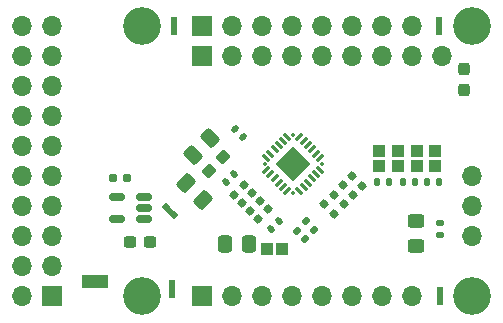
<source format=gts>
G04 #@! TF.GenerationSoftware,KiCad,Pcbnew,9.0.4*
G04 #@! TF.CreationDate,2025-08-20T19:30:37-04:00*
G04 #@! TF.ProjectId,tac5212_audio_board_single_ended,74616335-3231-4325-9f61-7564696f5f62,rev?*
G04 #@! TF.SameCoordinates,Original*
G04 #@! TF.FileFunction,Soldermask,Top*
G04 #@! TF.FilePolarity,Negative*
%FSLAX46Y46*%
G04 Gerber Fmt 4.6, Leading zero omitted, Abs format (unit mm)*
G04 Created by KiCad (PCBNEW 9.0.4) date 2025-08-20 19:30:37*
%MOMM*%
%LPD*%
G01*
G04 APERTURE LIST*
G04 Aperture macros list*
%AMRoundRect*
0 Rectangle with rounded corners*
0 $1 Rounding radius*
0 $2 $3 $4 $5 $6 $7 $8 $9 X,Y pos of 4 corners*
0 Add a 4 corners polygon primitive as box body*
4,1,4,$2,$3,$4,$5,$6,$7,$8,$9,$2,$3,0*
0 Add four circle primitives for the rounded corners*
1,1,$1+$1,$2,$3*
1,1,$1+$1,$4,$5*
1,1,$1+$1,$6,$7*
1,1,$1+$1,$8,$9*
0 Add four rect primitives between the rounded corners*
20,1,$1+$1,$2,$3,$4,$5,0*
20,1,$1+$1,$4,$5,$6,$7,0*
20,1,$1+$1,$6,$7,$8,$9,0*
20,1,$1+$1,$8,$9,$2,$3,0*%
%AMRotRect*
0 Rectangle, with rotation*
0 The origin of the aperture is its center*
0 $1 length*
0 $2 width*
0 $3 Rotation angle, in degrees counterclockwise*
0 Add horizontal line*
21,1,$1,$2,0,0,$3*%
G04 Aperture macros list end*
%ADD10C,0.000000*%
%ADD11C,0.010000*%
%ADD12RoundRect,0.160000X-0.252791X0.026517X0.026517X-0.252791X0.252791X-0.026517X-0.026517X0.252791X0*%
%ADD13RoundRect,0.135000X-0.226274X-0.035355X-0.035355X-0.226274X0.226274X0.035355X0.035355X0.226274X0*%
%ADD14R,1.700000X1.700000*%
%ADD15O,1.700000X1.700000*%
%ADD16C,3.200000*%
%ADD17R,1.000000X1.000000*%
%ADD18RoundRect,0.250000X0.337500X0.475000X-0.337500X0.475000X-0.337500X-0.475000X0.337500X-0.475000X0*%
%ADD19RoundRect,0.160000X0.026517X0.252791X-0.252791X-0.026517X-0.026517X-0.252791X0.252791X0.026517X0*%
%ADD20RoundRect,0.140000X0.219203X0.021213X0.021213X0.219203X-0.219203X-0.021213X-0.021213X-0.219203X0*%
%ADD21RoundRect,0.250000X0.574524X0.097227X0.097227X0.574524X-0.574524X-0.097227X-0.097227X-0.574524X0*%
%ADD22RoundRect,0.150000X0.512500X0.150000X-0.512500X0.150000X-0.512500X-0.150000X0.512500X-0.150000X0*%
%ADD23RoundRect,0.135000X-0.185000X0.135000X-0.185000X-0.135000X0.185000X-0.135000X0.185000X0.135000X0*%
%ADD24R,0.508000X0.500000*%
%ADD25R,0.508000X0.508000*%
%ADD26RoundRect,0.237500X-0.237500X0.300000X-0.237500X-0.300000X0.237500X-0.300000X0.237500X0.300000X0*%
%ADD27RoundRect,0.140000X-0.021213X0.219203X-0.219203X0.021213X0.021213X-0.219203X0.219203X-0.021213X0*%
%ADD28RoundRect,0.250000X-0.097227X0.574524X-0.574524X0.097227X0.097227X-0.574524X0.574524X-0.097227X0*%
%ADD29RoundRect,0.250000X-0.450000X0.325000X-0.450000X-0.325000X0.450000X-0.325000X0.450000X0.325000X0*%
%ADD30RoundRect,0.062500X-0.185616X-0.274004X0.274004X0.185616X0.185616X0.274004X-0.274004X-0.185616X0*%
%ADD31RoundRect,0.062500X0.185616X-0.274004X0.274004X-0.185616X-0.185616X0.274004X-0.274004X0.185616X0*%
%ADD32RotRect,2.100000X2.100000X45.000000*%
%ADD33RoundRect,0.062500X0.000000X-0.088388X0.088388X0.000000X0.000000X0.088388X-0.088388X0.000000X0*%
%ADD34RotRect,0.508000X0.508000X315.000000*%
%ADD35RoundRect,0.237500X-0.300000X-0.237500X0.300000X-0.237500X0.300000X0.237500X-0.300000X0.237500X0*%
%ADD36RoundRect,0.135000X-0.135000X-0.185000X0.135000X-0.185000X0.135000X0.185000X-0.135000X0.185000X0*%
%ADD37RoundRect,0.237500X-0.044194X-0.380070X0.380070X0.044194X0.044194X0.380070X-0.380070X-0.044194X0*%
%ADD38RoundRect,0.135000X0.135000X0.185000X-0.135000X0.185000X-0.135000X-0.185000X0.135000X-0.185000X0*%
%ADD39RoundRect,0.160000X0.197500X0.160000X-0.197500X0.160000X-0.197500X-0.160000X0.197500X-0.160000X0*%
%ADD40RoundRect,0.135000X0.226274X0.035355X0.035355X0.226274X-0.226274X-0.035355X-0.035355X-0.226274X0*%
G04 APERTURE END LIST*
G04 #@! TO.C,E108*
G36*
X12646000Y22646000D02*
G01*
X13154000Y22646000D01*
X13154000Y23146000D01*
X12646000Y23146000D01*
X12646000Y22646000D01*
G37*
G04 #@! TO.C,E109*
G36*
X35046000Y22646000D02*
G01*
X35554000Y22646000D01*
X35554000Y23146000D01*
X35046000Y23146000D01*
X35046000Y22646000D01*
G37*
D10*
G04 #@! TO.C,DOUT108*
G36*
X12853553Y7205657D02*
G01*
X12494343Y6846447D01*
X12146447Y7194343D01*
X12505657Y7553553D01*
X12853553Y7205657D01*
G37*
G04 #@! TO.C,5V108*
D11*
X7160000Y800000D02*
X5050000Y800000D01*
X5050000Y1800000D01*
X7160000Y1800000D01*
X7160000Y800000D01*
G36*
X7160000Y800000D02*
G01*
X5050000Y800000D01*
X5050000Y1800000D01*
X7160000Y1800000D01*
X7160000Y800000D01*
G37*
G04 #@! TO.C,G118*
G36*
X35146000Y-254000D02*
G01*
X35654000Y-254000D01*
X35654000Y246000D01*
X35146000Y246000D01*
X35146000Y-254000D01*
G37*
G04 #@! TO.C,G117*
G36*
X12446000Y346000D02*
G01*
X12954000Y346000D01*
X12954000Y846000D01*
X12446000Y846000D01*
X12446000Y346000D01*
G37*
G04 #@! TD*
D12*
G04 #@! TO.C,R113*
X27222496Y7777504D03*
X26377504Y8622496D03*
G04 #@! TD*
D13*
G04 #@! TO.C,R121*
X23239376Y5560624D03*
X23960624Y4839376D03*
G04 #@! TD*
D14*
G04 #@! TO.C,board_outline108*
X2537500Y0D03*
D15*
X-2500Y0D03*
X2537500Y2540000D03*
X-2500Y2540000D03*
X2537500Y5080000D03*
X-2500Y5080000D03*
X2537500Y7620000D03*
X-2500Y7620000D03*
X2537500Y10160000D03*
X-2500Y10160000D03*
X2537500Y12700000D03*
X-2500Y12700000D03*
X2537500Y15240000D03*
X-2500Y15240000D03*
X2537500Y17780000D03*
X-2500Y17780000D03*
X2537500Y20320000D03*
X-2500Y20320000D03*
X2537500Y22860000D03*
X-2500Y22860000D03*
D14*
X15247500Y20315000D03*
X15247500Y22855000D03*
D15*
X17787500Y20315000D03*
X17787500Y22855000D03*
X20327500Y20315000D03*
X20327500Y22855000D03*
X22867500Y20315000D03*
X22867500Y22855000D03*
X25407500Y20315000D03*
X25407500Y22855000D03*
X27947500Y20315000D03*
X27947500Y22855000D03*
X30487500Y20315000D03*
X30487500Y22855000D03*
X33027500Y20315000D03*
X33027500Y22855000D03*
D14*
X15247500Y-5000D03*
D15*
X17787500Y-5000D03*
X20327500Y-5000D03*
X22867500Y-5000D03*
X25407500Y-5000D03*
X27947500Y-5000D03*
X30487500Y-5000D03*
X33027500Y-5000D03*
X38092500Y5075000D03*
X38092500Y7615000D03*
X38092500Y10155000D03*
X35552500Y20315000D03*
D16*
X10152500Y22855000D03*
X38092500Y22855000D03*
X10152500Y-5000D03*
X38092500Y-5000D03*
G04 #@! TD*
D17*
G04 #@! TO.C,ADD108*
X30200000Y11000000D03*
X30200000Y12300000D03*
G04 #@! TD*
D12*
G04 #@! TO.C,R112*
X28022496Y8577504D03*
X27177504Y9422496D03*
G04 #@! TD*
D18*
G04 #@! TO.C,C111*
X19237500Y4400000D03*
X17162500Y4400000D03*
G04 #@! TD*
D12*
G04 #@! TO.C,R114*
X26422496Y6977504D03*
X25577504Y7822496D03*
G04 #@! TD*
D19*
G04 #@! TO.C,R115*
X18645334Y7891296D03*
X19490326Y8736288D03*
G04 #@! TD*
D17*
G04 #@! TO.C,ADD112*
X31800000Y11000000D03*
X31800000Y12300000D03*
G04 #@! TD*
D20*
G04 #@! TO.C,C109*
X18739411Y13460589D03*
X18060589Y14139411D03*
G04 #@! TD*
D17*
G04 #@! TO.C,ADD110*
X33400000Y11000000D03*
X33400000Y12300000D03*
G04 #@! TD*
D21*
G04 #@! TO.C,C115*
X15333623Y8166377D03*
X13866377Y9633623D03*
G04 #@! TD*
D22*
G04 #@! TO.C,U108*
X10337500Y6550000D03*
X10337500Y7500000D03*
X10337500Y8450000D03*
X8062500Y8450000D03*
X8062500Y6550000D03*
G04 #@! TD*
D19*
G04 #@! TO.C,R118*
X19988837Y6547793D03*
X20833829Y7392785D03*
G04 #@! TD*
D23*
G04 #@! TO.C,R126*
X35400000Y6210000D03*
X35400000Y5190000D03*
G04 #@! TD*
D24*
G04 #@! TO.C,E108*
X12900000Y22396000D03*
D25*
X12900000Y23400000D03*
G04 #@! TD*
D26*
G04 #@! TO.C,C118*
X37400000Y19212500D03*
X37400000Y17487500D03*
G04 #@! TD*
D27*
G04 #@! TO.C,C116*
X17939411Y10339411D03*
X17260589Y9660589D03*
G04 #@! TD*
D28*
G04 #@! TO.C,C108*
X15933623Y13433623D03*
X14466377Y11966377D03*
G04 #@! TD*
D29*
G04 #@! TO.C,D116*
X33375000Y6350000D03*
X33375000Y4300000D03*
G04 #@! TD*
D30*
G04 #@! TO.C,TAC5212*
X20679775Y10692995D03*
X21033328Y10339441D03*
X21386882Y9985888D03*
X21740435Y9632335D03*
X22093988Y9278781D03*
X22447542Y8925228D03*
D31*
X23490524Y8925228D03*
X23844078Y9278781D03*
X24197631Y9632335D03*
X24551184Y9985888D03*
X24904738Y10339441D03*
X25258291Y10692995D03*
D30*
X25258291Y11735977D03*
X24904738Y12089531D03*
X24551184Y12443084D03*
X24197631Y12796637D03*
X23844078Y13150191D03*
X23490524Y13503744D03*
D31*
X22447542Y13503744D03*
X22093988Y13150191D03*
X21740435Y12796637D03*
X21386882Y12443084D03*
X21033328Y12089531D03*
X20679775Y11735977D03*
D32*
X22969033Y11214486D03*
D33*
X20536586Y11214486D03*
X22969033Y8782039D03*
X25401480Y11214486D03*
X22969033Y13646933D03*
G04 #@! TD*
D27*
G04 #@! TO.C,C112*
X21739411Y6339411D03*
X21060589Y5660589D03*
G04 #@! TD*
D24*
G04 #@! TO.C,E109*
X35300000Y22396000D03*
D25*
X35300000Y23400000D03*
G04 #@! TD*
D17*
G04 #@! TO.C,ADD111*
X35000000Y11000000D03*
X35000000Y12300000D03*
G04 #@! TD*
D34*
G04 #@! TO.C,DOUT108*
X12853553Y6846447D03*
X12146447Y7553553D03*
G04 #@! TD*
D12*
G04 #@! TO.C,R110*
X28822496Y9377504D03*
X27977504Y10222496D03*
G04 #@! TD*
D35*
G04 #@! TO.C,C128*
X9137500Y4600000D03*
X10862500Y4600000D03*
G04 #@! TD*
D36*
G04 #@! TO.C,R123*
X34290000Y9700000D03*
X35310000Y9700000D03*
G04 #@! TD*
D37*
G04 #@! TO.C,C119*
X15790120Y10590120D03*
X17009880Y11809880D03*
G04 #@! TD*
D38*
G04 #@! TO.C,R124*
X31110000Y9700000D03*
X30090000Y9700000D03*
G04 #@! TD*
D19*
G04 #@! TO.C,R119*
X17973583Y8563048D03*
X18818575Y9408040D03*
G04 #@! TD*
D17*
G04 #@! TO.C,PU_EN108*
X20750000Y4000000D03*
X22050000Y4000000D03*
G04 #@! TD*
D19*
G04 #@! TO.C,R117*
X19317086Y7219545D03*
X20162078Y8064537D03*
G04 #@! TD*
D24*
G04 #@! TO.C,G118*
X35400000Y-504000D03*
D25*
X35400000Y500000D03*
G04 #@! TD*
D38*
G04 #@! TO.C,R122*
X33310000Y9700000D03*
X32290000Y9700000D03*
G04 #@! TD*
D39*
G04 #@! TO.C,R125*
X7702500Y10000000D03*
X8897500Y10000000D03*
G04 #@! TD*
D24*
G04 #@! TO.C,G117*
X12700000Y96000D03*
D25*
X12700000Y1100000D03*
G04 #@! TD*
D40*
G04 #@! TO.C,R120*
X24760624Y5639376D03*
X24039376Y6360624D03*
G04 #@! TD*
M02*

</source>
